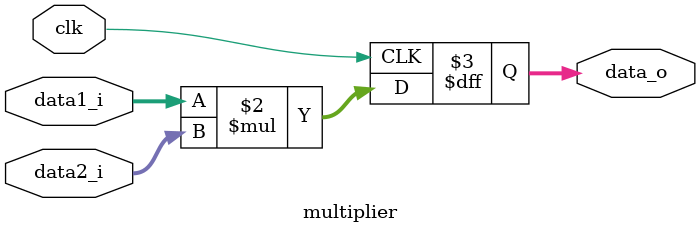
<source format=v>

module multiplier #(
      //=============================
      // Top level block parameters
      //=============================
      parameter SIGNED       =  1,  // signed number or not 
      parameter DATA_WIDTH_1 = 16,  // number of input bits (multiplier)
      parameter DATA_WIDTH_2 = 16   // number of input bits (multiplicand)
   ) (
      //==============
      // Input Ports
      //==============
      input                    clk,
      `ifdef SIGNED
      input signed [DATA_WIDTH_1-1:0] data1_i,
      input signed [DATA_WIDTH_2-1:0] data2_i,
      `else
      input        [DATA_WIDTH_1-1:0] data1_i,
      input        [DATA_WIDTH_2-1:0] data2_i,
      `endif
      //===============
      // Output Ports
      //===============
      `ifdef SIGNED
      output reg signed [(DATA_WIDTH_1 + DATA_WIDTH_2) -1:0] data_o
      `else
      output reg        [(DATA_WIDTH_1 + DATA_WIDTH_2) -1:0] data_o
      `endif
   );

   //=======================
   // Multiplication Logic
   //=======================
   always @ (posedge clk) begin
      data_o <= data1_i * data2_i;
   end

endmodule

</source>
